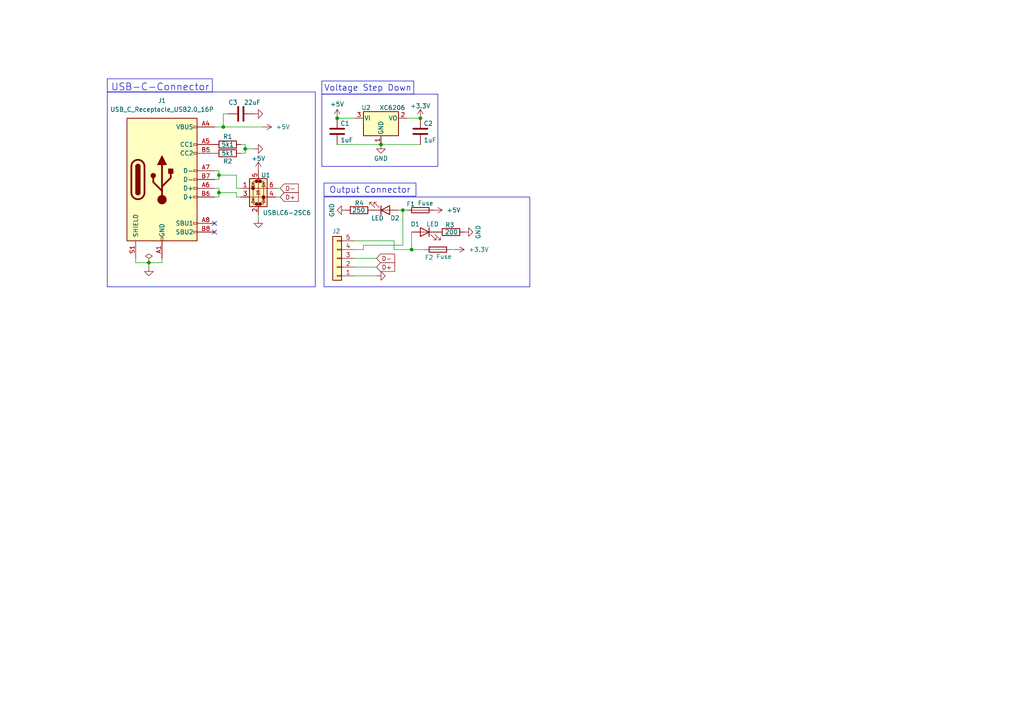
<source format=kicad_sch>
(kicad_sch (version 20231120) (generator "eeschema") (generator_version "8.0")
  (paper "A4")
  (lib_symbols
    (symbol "Connector:USB_C_Receptacle_USB2.0_16P" (pin_names (offset 1.016))
      (property "Reference" "J" (at 0 22.225 0))
      (property "Value" "USB_C_Receptacle_USB2.0_16P" (at 0 19.685 0))
      (symbol "USB_C_Receptacle_USB2.0_16P_0_0"
        (rectangle (start -0.254 -17.78) (end 0.254 -16.764))
        (rectangle (start 10.16 -14.986) (end 9.144 -15.494))
        (rectangle (start 10.16 -12.446) (end 9.144 -12.954))
        (rectangle (start 10.16 -4.826) (end 9.144 -5.334))
        (rectangle (start 10.16 -2.286) (end 9.144 -2.794))
        (rectangle (start 10.16 0.254) (end 9.144 -0.254))
        (rectangle (start 10.16 2.794) (end 9.144 2.286))
        (rectangle (start 10.16 7.874) (end 9.144 7.366))
        (rectangle (start 10.16 10.414) (end 9.144 9.906))
        (rectangle (start 10.16 15.494) (end 9.144 14.986))
      )
      (symbol "USB_C_Receptacle_USB2.0_16P_0_1"
        (rectangle (start -10.16 17.78) (end 10.16 -17.78) (stroke (width 0.254)) (fill (type background)))
        (arc (start -8.89 -3.81) (mid -6.985 -5.7067) (end -5.08 -3.81) (stroke (width 0.508)))
        (arc (start -7.62 -3.81) (mid -6.985 -4.4423) (end -6.35 -3.81) (stroke (width 0.254)))
        (arc (start -7.62 -3.81) (mid -6.985 -4.4423) (end -6.35 -3.81) (stroke (width 0.254)) (fill (type outline)))
        (rectangle (start -7.62 -3.81) (end -6.35 3.81) (stroke (width 0.254)) (fill (type outline)))
        (arc (start -6.35 3.81) (mid -6.985 4.4423) (end -7.62 3.81) (stroke (width 0.254)))
        (arc (start -6.35 3.81) (mid -6.985 4.4423) (end -7.62 3.81) (stroke (width 0.254)) (fill (type outline)))
        (arc (start -5.08 3.81) (mid -6.985 5.7067) (end -8.89 3.81) (stroke (width 0.508)))
        (circle (center -2.54 1.143) (radius 0.635) (stroke (width 0.254)) (fill (type outline)))
        (circle (center 0 -5.842) (radius 1.27) (fill (type outline)))
        (polyline (pts (xy -8.89 -3.81) (xy -8.89 3.81)) (stroke (width 0.508)))
        (polyline (pts (xy -5.08 3.81) (xy -5.08 -3.81)) (stroke (width 0.508)))
        (polyline (pts (xy 0 -5.842) (xy 0 4.318)) (stroke (width 0.508)))
        (polyline (pts (xy 0 -3.302) (xy -2.54 -0.762) (xy -2.54 0.508)) (stroke (width 0.508)))
        (polyline (pts (xy 0 -2.032) (xy 2.54 0.508) (xy 2.54 1.778)) (stroke (width 0.508)))
        (polyline (pts (xy -1.27 4.318) (xy 0 6.858) (xy 1.27 4.318) (xy -1.27 4.318)) (stroke (width 0.254)) (fill (type outline)))
        (rectangle (start 1.905 1.778) (end 3.175 3.048) (stroke (width 0.254)) (fill (type outline)))
      )
      (symbol "USB_C_Receptacle_USB2.0_16P_1_1"
        (pin passive line (at 0 -22.86 90) (length 5.08) (name "GND") (number "A1"))
        (pin passive line (at 0 -22.86 90) (length 5.08) hide (name "GND") (number "A12"))
        (pin passive line (at 15.24 15.24 180) (length 5.08) (name "VBUS") (number "A4"))
        (pin bidirectional line (at 15.24 10.16 180) (length 5.08) (name "CC1") (number "A5"))
        (pin bidirectional line (at 15.24 -2.54 180) (length 5.08) (name "D+") (number "A6"))
        (pin bidirectional line (at 15.24 2.54 180) (length 5.08) (name "D-") (number "A7"))
        (pin bidirectional line (at 15.24 -12.7 180) (length 5.08) (name "SBU1") (number "A8"))
        (pin passive line (at 15.24 15.24 180) (length 5.08) hide (name "VBUS") (number "A9"))
        (pin passive line (at 0 -22.86 90) (length 5.08) hide (name "GND") (number "B1"))
        (pin passive line (at 0 -22.86 90) (length 5.08) hide (name "GND") (number "B12"))
        (pin passive line (at 15.24 15.24 180) (length 5.08) hide (name "VBUS") (number "B4"))
        (pin bidirectional line (at 15.24 7.62 180) (length 5.08) (name "CC2") (number "B5"))
        (pin bidirectional line (at 15.24 -5.08 180) (length 5.08) (name "D+") (number "B6"))
        (pin bidirectional line (at 15.24 0 180) (length 5.08) (name "D-") (number "B7"))
        (pin bidirectional line (at 15.24 -15.24 180) (length 5.08) (name "SBU2") (number "B8"))
        (pin passive line (at 15.24 15.24 180) (length 5.08) hide (name "VBUS") (number "B9"))
        (pin passive line (at -7.62 -22.86 90) (length 5.08) (name "SHIELD") (number "S1"))
      )
    )
    (symbol "Connector_Generic:Conn_01x05" (pin_names (offset 1.016) hide)
      (property "Reference" "J" (at 0 7.62 0))
      (property "Value" "Conn_01x05" (at 0 -7.62 0))
      (symbol "Conn_01x05_1_1"
        (rectangle (start -1.27 -4.953) (end 0 -5.207) (stroke (width 0.1524)))
        (rectangle (start -1.27 -2.413) (end 0 -2.667) (stroke (width 0.1524)))
        (rectangle (start -1.27 0.127) (end 0 -0.127) (stroke (width 0.1524)))
        (rectangle (start -1.27 2.667) (end 0 2.413) (stroke (width 0.1524)))
        (rectangle (start -1.27 5.207) (end 0 4.953) (stroke (width 0.1524)))
        (rectangle (start -1.27 6.35) (end 1.27 -6.35) (stroke (width 0.254)) (fill (type background)))
        (pin passive line (at -5.08 5.08 0) (length 3.81) (name "Pin_1") (number "1"))
        (pin passive line (at -5.08 2.54 0) (length 3.81) (name "Pin_2") (number "2"))
        (pin passive line (at -5.08 0 0) (length 3.81) (name "Pin_3") (number "3"))
        (pin passive line (at -5.08 -2.54 0) (length 3.81) (name "Pin_4") (number "4"))
        (pin passive line (at -5.08 -5.08 0) (length 3.81) (name "Pin_5") (number "5"))
      )
    )
    (symbol "Device:C" (pin_numbers hide) (pin_names (offset 0.254))
      (property "Reference" "C" (at 0.635 2.54 0))
      (property "Value" "C" (at 0.635 -2.54 0))
      (symbol "C_0_1"
        (polyline (pts (xy -2.032 -0.762) (xy 2.032 -0.762)) (stroke (width 0.508)))
        (polyline (pts (xy -2.032 0.762) (xy 2.032 0.762)) (stroke (width 0.508)))
      )
      (symbol "C_1_1"
        (pin passive line (at 0 3.81 270) (length 2.794) (name "~") (number "1"))
        (pin passive line (at 0 -3.81 90) (length 2.794) (name "~") (number "2"))
      )
    )
    (symbol "Device:Fuse" (pin_numbers hide) (pin_names (offset 0))
      (property "Reference" "F" (at 2.032 0 90))
      (property "Value" "Fuse" (at -1.905 0 90))
      (symbol "Fuse_0_1"
        (rectangle (start -0.762 -2.54) (end 0.762 2.54) (stroke (width 0.254)))
        (polyline (pts (xy 0 2.54) (xy 0 -2.54)))
      )
      (symbol "Fuse_1_1"
        (pin passive line (at 0 3.81 270) (length 1.27) (name "~") (number "1"))
        (pin passive line (at 0 -3.81 90) (length 1.27) (name "~") (number "2"))
      )
    )
    (symbol "Device:LED" (pin_numbers hide) (pin_names (offset 1.016) hide)
      (property "Reference" "D" (at 0 2.54 0))
      (property "Value" "LED" (at 0 -2.54 0))
      (symbol "LED_0_1"
        (polyline (pts (xy -1.27 -1.27) (xy -1.27 1.27)) (stroke (width 0.254)))
        (polyline (pts (xy -1.27 0) (xy 1.27 0)))
        (polyline (pts (xy 1.27 -1.27) (xy 1.27 1.27) (xy -1.27 0) (xy 1.27 -1.27)) (stroke (width 0.254)))
        (polyline (pts (xy -3.048 -0.762) (xy -4.572 -2.286) (xy -3.81 -2.286) (xy -4.572 -2.286) (xy -4.572 -1.524)))
        (polyline (pts (xy -1.778 -0.762) (xy -3.302 -2.286) (xy -2.54 -2.286) (xy -3.302 -2.286) (xy -3.302 -1.524)))
      )
      (symbol "LED_1_1"
        (pin passive line (at -3.81 0 0) (length 2.54) (name "K") (number "1"))
        (pin passive line (at 3.81 0 180) (length 2.54) (name "A") (number "2"))
      )
    )
    (symbol "Device:R" (pin_numbers hide) (pin_names (offset 0))
      (property "Reference" "R" (at 2.032 0 90))
      (property "Value" "R" (at 0 0 90))
      (symbol "R_0_1"
        (rectangle (start -1.016 -2.54) (end 1.016 2.54) (stroke (width 0.254)))
      )
      (symbol "R_1_1"
        (pin passive line (at 0 3.81 270) (length 1.27) (name "~") (number "1"))
        (pin passive line (at 0 -3.81 90) (length 1.27) (name "~") (number "2"))
      )
    )
    (symbol "Power_Protection:USBLC6-2SC6" (pin_names hide)
      (property "Reference" "U" (at 0.635 5.715 0))
      (property "Value" "USBLC6-2SC6" (at 0.635 3.81 0))
      (symbol "USBLC6-2SC6_0_0"
        (circle (center -1.524 0) (radius 0.0001) (stroke (width 0.508)))
        (circle (center -0.508 -4.572) (radius 0.0001) (stroke (width 0.508)))
        (circle (center -0.508 2.032) (radius 0.0001) (stroke (width 0.508)))
        (circle (center 0.508 -4.572) (radius 0.0001) (stroke (width 0.508)))
        (circle (center 0.508 2.032) (radius 0.0001) (stroke (width 0.508)))
        (circle (center 1.524 -2.54) (radius 0.0001) (stroke (width 0.508)))
      )
      (symbol "USBLC6-2SC6_0_1"
        (polyline (pts (xy -2.54 -2.54) (xy 2.54 -2.54)))
        (polyline (pts (xy -2.54 0) (xy 2.54 0)))
        (polyline (pts (xy -2.032 -3.048) (xy -1.016 -3.048)))
        (polyline (pts (xy -1.016 1.524) (xy -2.032 1.524)))
        (polyline (pts (xy 1.016 -3.048) (xy 2.032 -3.048)))
        (polyline (pts (xy 1.016 1.524) (xy 2.032 1.524)))
        (polyline (pts (xy -0.508 -1.143) (xy -0.508 -0.762) (xy 0.508 -0.762)))
        (polyline (pts (xy -2.032 0.508) (xy -1.016 0.508) (xy -1.524 1.524) (xy -2.032 0.508)))
        (polyline (pts (xy -1.016 -4.064) (xy -2.032 -4.064) (xy -1.524 -3.048) (xy -1.016 -4.064)))
        (polyline (pts (xy 0.508 -1.778) (xy -0.508 -1.778) (xy 0 -0.762) (xy 0.508 -1.778)))
        (polyline (pts (xy 2.032 -4.064) (xy 1.016 -4.064) (xy 1.524 -3.048) (xy 2.032 -4.064)))
        (polyline (pts (xy 2.032 0.508) (xy 1.016 0.508) (xy 1.524 1.524) (xy 2.032 0.508)))
        (polyline (pts (xy 0 2.54) (xy -0.508 2.032) (xy 0.508 2.032) (xy 0 1.524) (xy 0 -4.064) (xy -0.508 -4.572) (xy 0.508 -4.572) (xy 0 -5.08)))
      )
      (symbol "USBLC6-2SC6_1_1"
        (rectangle (start -2.54 2.794) (end 2.54 -5.334) (stroke (width 0.254)) (fill (type background)))
        (polyline (pts (xy -0.508 2.032) (xy -1.524 2.032) (xy -1.524 -4.572) (xy -0.508 -4.572)))
        (polyline (pts (xy 0.508 -4.572) (xy 1.524 -4.572) (xy 1.524 2.032) (xy 0.508 2.032)))
        (pin passive line (at -5.08 0 0) (length 2.54) (name "I/O1") (number "1"))
        (pin passive line (at 0 -7.62 90) (length 2.54) (name "GND") (number "2"))
        (pin passive line (at -5.08 -2.54 0) (length 2.54) (name "I/O2") (number "3"))
        (pin passive line (at 5.08 -2.54 180) (length 2.54) (name "I/O2") (number "4"))
        (pin passive line (at 0 5.08 270) (length 2.54) (name "VBUS") (number "5"))
        (pin passive line (at 5.08 0 180) (length 2.54) (name "I/O1") (number "6"))
      )
    )
    (symbol "Regulator_Linear:XC6206PxxxMR" (pin_names (offset 0.254))
      (property "Reference" "U" (at -3.81 3.175 0))
      (property "Value" "XC6206PxxxMR" (at 0 3.175 0))
      (symbol "XC6206PxxxMR_0_1"
        (rectangle (start -5.08 1.905) (end 5.08 -5.08) (stroke (width 0.254)) (fill (type background)))
      )
      (symbol "XC6206PxxxMR_1_1"
        (pin power_in line (at 0 -7.62 90) (length 2.54) (name "GND") (number "1"))
        (pin power_out line (at 7.62 0 180) (length 2.54) (name "VO") (number "2"))
        (pin power_in line (at -7.62 0 0) (length 2.54) (name "VI") (number "3"))
      )
    )
    (symbol "power:+3.3V" (power) (pin_numbers hide) (pin_names (offset 0) hide)
      (property "Value" "+3.3V" (at 0 3.556 0))
      (symbol "+3.3V_0_1"
        (polyline (pts (xy -0.762 1.27) (xy 0 2.54)))
        (polyline (pts (xy 0 0) (xy 0 2.54)))
        (polyline (pts (xy 0 2.54) (xy 0.762 1.27)))
      )
      (symbol "+3.3V_1_1"
        (pin power_in line (at 0 0 90) (length 0) (name "~") (number "1"))
      )
    )
    (symbol "power:+5V" (power) (pin_numbers hide) (pin_names (offset 0) hide)
      (property "Value" "+5V" (at 0 3.556 0))
      (symbol "+5V_0_1"
        (polyline (pts (xy -0.762 1.27) (xy 0 2.54)))
        (polyline (pts (xy 0 0) (xy 0 2.54)))
        (polyline (pts (xy 0 2.54) (xy 0.762 1.27)))
      )
      (symbol "+5V_1_1"
        (pin power_in line (at 0 0 90) (length 0) (name "~") (number "1"))
      )
    )
    (symbol "power:GND" (power) (pin_numbers hide) (pin_names (offset 0) hide)
      (property "Value" "GND" (at 0 -3.81 0))
      (symbol "GND_0_1"
        (polyline (pts (xy 0 0) (xy 0 -1.27) (xy 1.27 -1.27) (xy 0 -2.54) (xy -1.27 -1.27) (xy 0 -1.27)))
      )
      (symbol "GND_1_1"
        (pin power_in line (at 0 0 270) (length 0) (name "~") (number "1"))
      )
    )
    (symbol "power:PWR_FLAG" (power) (pin_numbers hide) (pin_names (offset 0) hide)
      (property "Value" "PWR_FLAG" (at 0 3.81 0))
      (symbol "PWR_FLAG_0_0"
        (pin power_out line (at 0 0 90) (length 0) (name "~") (number "1"))
      )
      (symbol "PWR_FLAG_0_1"
        (polyline (pts (xy 0 0) (xy 0 1.27) (xy -1.016 1.905) (xy 0 2.54) (xy 1.016 1.905) (xy 0 1.27)))
      )
    )
  )
  (junction (at 43.18 76.2))
  (junction (at 63.5 55.88))
  (junction (at 116.84 60.96))
  (junction (at 110.49 41.91))
  (junction (at 97.79 34.29))
  (junction (at 119.38 72.39))
  (junction (at 71.12 43.18))
  (junction (at 64.77 36.83))
  (junction (at 121.92 34.29))
  (junction (at 63.5 50.8))
  (no_connect (at 62.23 67.31))
  (no_connect (at 62.23 64.77))
  (wire (pts (xy 114.3 69.85) (xy 102.87 69.85)))
  (wire (pts (xy 71.12 43.18) (xy 71.12 41.91)))
  (wire (pts (xy 46.99 76.2) (xy 46.99 74.93)))
  (wire (pts (xy 39.37 76.2) (xy 43.18 76.2)))
  (wire (pts (xy 74.93 62.23) (xy 74.93 63.5)))
  (wire (pts (xy 68.58 55.88) (xy 68.58 57.15)))
  (wire (pts (xy 68.58 54.61) (xy 69.85 54.61)))
  (wire (pts (xy 114.3 72.39) (xy 114.3 69.85)))
  (wire (pts (xy 97.79 41.91) (xy 110.49 41.91)))
  (wire (pts (xy 63.5 55.88) (xy 68.58 55.88)))
  (wire (pts (xy 43.18 77.47) (xy 43.18 76.2)))
  (wire (pts (xy 116.84 60.96) (xy 116.84 71.12)))
  (wire (pts (xy 102.87 74.93) (xy 109.22 74.93)))
  (wire (pts (xy 116.84 71.12) (xy 105.41 71.12)))
  (wire (pts (xy 119.38 72.39) (xy 123.19 72.39)))
  (wire (pts (xy 63.5 57.15) (xy 62.23 57.15)))
  (wire (pts (xy 71.12 43.18) (xy 73.66 43.18)))
  (wire (pts (xy 119.38 72.39) (xy 119.38 67.31)))
  (wire (pts (xy 97.79 34.29) (xy 102.87 34.29)))
  (wire (pts (xy 118.11 34.29) (xy 121.92 34.29)))
  (wire (pts (xy 110.49 41.91) (xy 121.92 41.91)))
  (wire (pts (xy 68.58 50.8) (xy 68.58 54.61)))
  (wire (pts (xy 118.11 60.96) (xy 116.84 60.96)))
  (wire (pts (xy 116.84 60.96) (xy 115.57 60.96)))
  (wire (pts (xy 105.41 72.39) (xy 102.87 72.39)))
  (wire (pts (xy 64.77 33.02) (xy 64.77 36.83)))
  (wire (pts (xy 62.23 52.07) (xy 63.5 52.07)))
  (wire (pts (xy 62.23 49.53) (xy 63.5 49.53)))
  (wire (pts (xy 68.58 50.8) (xy 63.5 50.8)))
  (wire (pts (xy 43.18 76.2) (xy 46.99 76.2)))
  (wire (pts (xy 102.87 77.47) (xy 109.22 77.47)))
  (wire (pts (xy 63.5 49.53) (xy 63.5 50.8)))
  (wire (pts (xy 62.23 54.61) (xy 63.5 54.61)))
  (wire (pts (xy 130.81 72.39) (xy 132.08 72.39)))
  (wire (pts (xy 63.5 50.8) (xy 63.5 52.07)))
  (wire (pts (xy 71.12 41.91) (xy 69.85 41.91)))
  (wire (pts (xy 71.12 44.45) (xy 71.12 43.18)))
  (wire (pts (xy 114.3 72.39) (xy 119.38 72.39)))
  (wire (pts (xy 80.01 54.61) (xy 81.28 54.61)))
  (wire (pts (xy 39.37 74.93) (xy 39.37 76.2)))
  (wire (pts (xy 68.58 57.15) (xy 69.85 57.15)))
  (wire (pts (xy 64.77 36.83) (xy 76.2 36.83)))
  (wire (pts (xy 102.87 80.01) (xy 109.22 80.01)))
  (wire (pts (xy 80.01 57.15) (xy 81.28 57.15)))
  (wire (pts (xy 105.41 71.12) (xy 105.41 72.39)))
  (wire (pts (xy 69.85 44.45) (xy 71.12 44.45)))
  (wire (pts (xy 62.23 36.83) (xy 64.77 36.83)))
  (wire (pts (xy 66.04 33.02) (xy 64.77 33.02)))
  (wire (pts (xy 63.5 55.88) (xy 63.5 57.15)))
  (wire (pts (xy 63.5 54.61) (xy 63.5 55.88)))
  (rectangle (start 31.115 22.86) (end 61.595 26.67))
  (rectangle (start 93.345 23.495) (end 120.015 27.305))
  (rectangle (start 93.98 53.086) (end 120.65 56.896))
  (rectangle (start 31.115 26.67) (end 91.44 83.185))
  (rectangle (start 93.98 57.15) (end 153.67 83.185))
  (rectangle (start 93.345 27.305) (end 127 48.26))
  (text "USB-C-Connector" (at 46.482 25.4 0) (effects (font (size 2.032 2.032))))
  (text "Voltage Step Down" (at 106.68 25.654 0) (effects (font (size 1.778 1.778))))
  (text "Output Connector" (at 107.315 55.245 0) (effects (font (size 1.778 1.778))))
  (global_label "D+" (shape input) (at 109.22 77.47 0) (property "Intersheetrefs" "${INTERSHEET_REFS}" (effects (hide yes))))
  (global_label "D-" (shape input) (at 81.28 54.61 0) (property "Intersheetrefs" "${INTERSHEET_REFS}" (effects (hide yes))))
  (global_label "D-" (shape input) (at 109.22 74.93 0) (property "Intersheetrefs" "${INTERSHEET_REFS}" (effects (hide yes))))
  (global_label "D+" (shape input) (at 81.28 57.15 0) (property "Intersheetrefs" "${INTERSHEET_REFS}" (effects (hide yes))))
  (symbol (lib_id "power:GND") (at 74.93 63.5 0) (unit 1)
    (property "Reference" "#PWR04" (effects (hide yes)))
    (property "Value" "GND" (effects (hide yes)))
    (property "Description" "Power symbol creates a global label with name \"GND\" , ground" (effects (hide yes)))
  )
  (symbol (lib_id "power:+3.3V") (at 121.92 34.29 0) (unit 1)
    (property "Reference" "#PWR012" (effects (hide yes)))
    (property "Value" "+3.3V" (at 121.92 30.734 0))
    (property "Description" "Power symbol creates a global label with name \"+3.3V\"" (effects (hide yes)))
  )
  (symbol (lib_id "Power_Protection:USBLC6-2SC6") (at 74.93 54.61 0) (unit 1)
    (property "Reference" "U1" (at 75.692 50.8 0) (effects (justify left)))
    (property "Value" "USBLC6-2SC6" (at 76.2 61.722 0) (effects (justify left)))
    (property "Footprint" "Package_TO_SOT_SMD:SOT-23-6" (effects (hide yes)))
    (property "Datasheet" "https://www.st.com/resource/en/datasheet/usblc6-2.pdf" (effects (hide yes)))
    (property "Description" "Very low capacitance ESD protection diode, 2 data-line, SOT-23-6" (effects (hide yes)))
  )
  (symbol (lib_id "power:GND") (at 134.62 67.31 90) (unit 1)
    (property "Reference" "#PWR014" (effects (hide yes)))
    (property "Value" "GND" (at 138.684 67.31 0))
    (property "Description" "Power symbol creates a global label with name \"GND\" , ground" (effects (hide yes)))
  )
  (symbol (lib_id "Device:LED") (at 123.19 67.31 0) (mirror y) (unit 1)
    (property "Reference" "D1" (at 120.396 65.024 0))
    (property "Value" "LED" (at 125.476 65.024 0))
    (property "Footprint" "LED_SMD:LED_0805_2012Metric" (effects (hide yes)))
    (property "Description" "Light emitting diode" (effects (hide yes)))
  )
  (symbol (lib_id "Device:R") (at 130.81 67.31 90) (unit 1)
    (property "Reference" "R3" (at 131.826 65.278 90) (effects (justify left)))
    (property "Value" "200" (at 132.842 67.31 90) (effects (justify left)))
    (property "Footprint" "Resistor_SMD:R_0603_1608Metric_Pad0.98x0.95mm_HandSolder" (effects (hide yes)))
    (property "Description" "Resistor" (effects (hide yes)))
  )
  (symbol (lib_id "power:GND") (at 109.22 80.01 90) (unit 1)
    (property "Reference" "#PWR08" (effects (hide yes)))
    (property "Value" "GND" (effects (hide yes)))
    (property "Description" "Power symbol creates a global label with name \"GND\" , ground" (effects (hide yes)))
  )
  (symbol (lib_id "Device:R") (at 104.14 60.96 270) (unit 1)
    (property "Reference" "R4" (at 102.87 58.928 90) (effects (justify left)))
    (property "Value" "250" (at 102.108 60.96 90) (effects (justify left)))
    (property "Footprint" "Resistor_SMD:R_0603_1608Metric_Pad0.98x0.95mm_HandSolder" (effects (hide yes)))
    (property "Description" "Resistor" (effects (hide yes)))
  )
  (symbol (lib_id "power:GND") (at 43.18 77.47 0) (unit 1)
    (property "Reference" "#PWR01" (effects (hide yes)))
    (property "Value" "GND" (effects (hide yes)))
    (property "Description" "Power symbol creates a global label with name \"GND\" , ground" (effects (hide yes)))
  )
  (symbol (lib_id "Device:C") (at 121.92 38.1 0) (unit 1)
    (property "Reference" "C2" (at 124.206 35.814 0))
    (property "Value" "1uF" (at 124.714 40.64 0))
    (property "Footprint" "Capacitor_SMD:C_0603_1608Metric_Pad1.08x0.95mm_HandSolder" (effects (hide yes)))
    (property "Description" "Unpolarized capacitor" (effects (hide yes)))
  )
  (symbol (lib_id "power:PWR_FLAG") (at 43.18 76.2 0) (unit 1)
    (property "Reference" "#FLG02" (effects (hide yes)))
    (property "Value" "PWR_FLAG" (effects (hide yes)))
    (property "Description" "Special symbol for telling ERC where power comes from" (effects (hide yes)))
  )
  (symbol (lib_id "Regulator_Linear:XC6206PxxxMR") (at 110.49 34.29 0) (unit 1)
    (property "Reference" "U2" (at 106.172 31.242 0))
    (property "Value" "XC6206" (at 113.792 31.242 0))
    (property "Footprint" "Package_TO_SOT_SMD:SOT-23-3" (effects (hide yes)))
    (property "Datasheet" "https://www.torexsemi.com/file/xc6206/XC6206.pdf" (effects (hide yes)))
    (property "Description" "Positive 60-250mA Low Dropout Regulator, Fixed Output, SOT-23" (effects (hide yes)))
  )
  (symbol (lib_id "power:+5V") (at 76.2 36.83 270) (unit 1)
    (property "Reference" "#PWR06" (effects (hide yes)))
    (property "Value" "+5V" (at 80.01 36.8299 90) (effects (justify left)))
    (property "Description" "Power symbol creates a global label with name \"+5V\"" (effects (hide yes)))
  )
  (symbol (lib_id "Connector_Generic:Conn_01x05") (at 97.79 74.93 180) (unit 1)
    (property "Reference" "J2" (at 97.536 67.056 0))
    (property "Value" "Conn_01x05" (effects (hide yes)))
    (property "Footprint" "Connector_PinHeader_2.54mm:PinHeader_1x05_P2.54mm_Vertical" (effects (hide yes)))
    (property "Description" "Generic connector, single row, 01x05, script generated (kicad-library-utils/schlib/autogen/connector/)" (effects (hide yes)))
  )
  (symbol (lib_id "power:+5V") (at 125.73 60.96 270) (unit 1)
    (property "Reference" "#PWR07" (effects (hide yes)))
    (property "Value" "+5V" (at 129.54 60.9599 90) (effects (justify left)))
    (property "Description" "Power symbol creates a global label with name \"+5V\"" (effects (hide yes)))
  )
  (symbol (lib_id "Device:R") (at 66.04 41.91 90) (unit 1)
    (property "Reference" "R1" (at 66.04 39.624 90))
    (property "Value" "5k1" (at 66.04 41.91 90))
    (property "Footprint" "Resistor_SMD:R_0603_1608Metric_Pad0.98x0.95mm_HandSolder" (effects (hide yes)))
    (property "Description" "Resistor" (effects (hide yes)))
  )
  (symbol (lib_id "Device:LED") (at 111.76 60.96 0) (mirror x) (unit 1)
    (property "Reference" "D2" (at 114.554 63.246 0))
    (property "Value" "LED" (at 109.474 63.246 0))
    (property "Footprint" "LED_SMD:LED_0805_2012Metric" (effects (hide yes)))
    (property "Description" "Light emitting diode" (effects (hide yes)))
  )
  (symbol (lib_id "Connector:USB_C_Receptacle_USB2.0_16P") (at 46.99 52.07 0) (unit 1)
    (property "Reference" "J1" (at 46.99 29.21 0))
    (property "Value" "USB_C_Receptacle_USB2.0_16P" (at 46.99 31.75 0))
    (property "Footprint" "Connector_USB:USB_C_Receptacle_HRO_TYPE-C-31-M-12" (effects (hide yes)))
    (property "Datasheet" "https://www.usb.org/sites/default/files/documents/usb_type-c.zip" (effects (hide yes)))
    (property "Description" "USB 2.0-only 16P Type-C Receptacle connector" (effects (hide yes)))
  )
  (symbol (lib_id "Device:Fuse") (at 127 72.39 90) (unit 1)
    (property "Reference" "F2" (at 124.46 74.676 90))
    (property "Value" "Fuse" (at 128.778 74.422 90))
    (property "Footprint" "Fuse:Fuse_0603_1608Metric_Pad1.05x0.95mm_HandSolder" (effects (hide yes)))
    (property "Description" "Fuse" (effects (hide yes)))
  )
  (symbol (lib_id "power:+3.3V") (at 132.08 72.39 270) (unit 1)
    (property "Reference" "#PWR09" (effects (hide yes)))
    (property "Value" "+3.3V" (at 135.89 72.3899 90) (effects (justify left)))
    (property "Description" "Power symbol creates a global label with name \"+3.3V\"" (effects (hide yes)))
  )
  (symbol (lib_id "Device:C") (at 69.85 33.02 90) (unit 1)
    (property "Reference" "C3" (at 67.564 29.718 90))
    (property "Value" "22uF" (at 73.152 29.718 90))
    (property "Footprint" "Capacitor_SMD:C_0603_1608Metric_Pad1.08x0.95mm_HandSolder" (effects (hide yes)))
    (property "Description" "Unpolarized capacitor" (effects (hide yes)))
  )
  (symbol (lib_id "power:GND") (at 110.49 41.91 0) (unit 1)
    (property "Reference" "#PWR011" (effects (hide yes)))
    (property "Value" "GND" (at 110.49 45.974 0))
    (property "Description" "Power symbol creates a global label with name \"GND\" , ground" (effects (hide yes)))
  )
  (symbol (lib_id "Device:Fuse") (at 121.92 60.96 90) (unit 1)
    (property "Reference" "F1" (at 119.126 59.182 90))
    (property "Value" "Fuse" (at 123.444 58.928 90))
    (property "Footprint" "Fuse:Fuse_0603_1608Metric_Pad1.05x0.95mm_HandSolder" (effects (hide yes)))
    (property "Description" "Fuse" (effects (hide yes)))
  )
  (symbol (lib_id "Device:C") (at 97.79 38.1 0) (unit 1)
    (property "Reference" "C1" (at 100.076 35.814 0))
    (property "Value" "1uF" (at 100.584 40.64 0))
    (property "Footprint" "Capacitor_SMD:C_0603_1608Metric_Pad1.08x0.95mm_HandSolder" (effects (hide yes)))
    (property "Description" "Unpolarized capacitor" (effects (hide yes)))
  )
  (symbol (lib_id "Device:R") (at 66.04 44.45 90) (unit 1)
    (property "Reference" "R2" (at 66.04 46.736 90))
    (property "Value" "5k1" (at 66.04 44.45 90))
    (property "Footprint" "Resistor_SMD:R_0603_1608Metric_Pad0.98x0.95mm_HandSolder" (effects (hide yes)))
    (property "Description" "Resistor" (effects (hide yes)))
  )
  (symbol (lib_id "power:+5V") (at 97.79 34.29 0) (unit 1)
    (property "Reference" "#PWR010" (effects (hide yes)))
    (property "Value" "+5V" (at 97.79 30.226 0))
    (property "Description" "Power symbol creates a global label with name \"+5V\"" (effects (hide yes)))
  )
  (symbol (lib_id "power:GND") (at 73.66 33.02 90) (unit 1)
    (property "Reference" "#PWR02" (effects (hide yes)))
    (property "Value" "GND" (effects (hide yes)))
    (property "Description" "Power symbol creates a global label with name \"GND\" , ground" (effects (hide yes)))
  )
  (symbol (lib_id "power:GND") (at 73.66 43.18 90) (unit 1)
    (property "Reference" "#PWR05" (effects (hide yes)))
    (property "Value" "GND" (effects (hide yes)))
    (property "Description" "Power symbol creates a global label with name \"GND\" , ground" (effects (hide yes)))
  )
  (symbol (lib_id "power:+5V") (at 74.93 49.53 0) (unit 1)
    (property "Reference" "#PWR03" (effects (hide yes)))
    (property "Value" "+5V" (at 74.93 45.974 0))
    (property "Description" "Power symbol creates a global label with name \"+5V\"" (effects (hide yes)))
  )
  (symbol (lib_id "power:GND") (at 100.33 60.96 270) (unit 1)
    (property "Reference" "#PWR013" (effects (hide yes)))
    (property "Value" "GND" (at 96.266 60.96 0))
    (property "Description" "Power symbol creates a global label with name \"GND\" , ground" (effects (hide yes)))
  )
)
</source>
